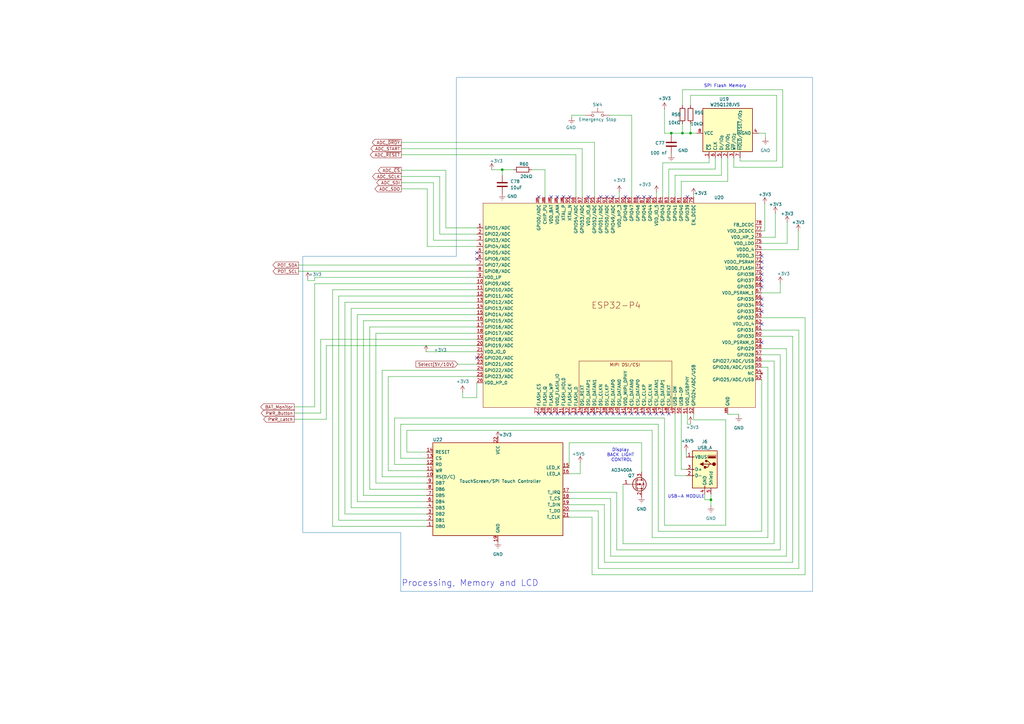
<source format=kicad_sch>
(kicad_sch (version 20250114) (generator "eeschema") (generator_version "9.0")
  (paper "A3")
  (title_block (date "2025-11-28"))
  (lib_symbols
    (symbol "Connector:USB_A" (pin_names (offset 1.016))
      (property "Reference" "J" (at -5.08 11.43 0))
      (property "Value" "USB_A" (at -5.08 8.89 0))
      (symbol "USB_A_1_1"
        (pin passive line (at -2.54 -10.16 90) (length 2.54) (name "Shield") (number "5"))
        (pin power_in line (at 0 -10.16 90) (length 2.54) (name "GND") (number "4"))
        (pin power_in line (at 7.62 5.08 180) (length 2.54) (name "VBUS") (number "1"))
        (pin bidirectional line (at 7.62 0 180) (length 2.54) (name "D+") (number "3"))
        (pin bidirectional line (at 7.62 -2.54 180) (length 2.54) (name "D-") (number "2"))
      )
    )
    (symbol "Device:C" (pin_numbers (hide yes)) (pin_names (offset 0.254))
      (property "Reference" "C" (at 0.635 2.54 0))
      (property "Value" "C" (at 0.635 -2.54 0))
      (symbol "C_1_1"
        (pin passive line (at 0 3.81 270) (length 2.794) (name "~") (number "1"))
        (pin passive line (at 0 -3.81 90) (length 2.794) (name "~") (number "2"))
      )
    )
    (symbol "Device:R" (pin_numbers (hide yes)) (pin_names (offset 0))
      (property "Reference" "R" (at 2.032 0 90))
      (property "Value" "R" (at 0 0 90))
      (symbol "R_1_1"
        (pin passive line (at 0 3.81 270) (length 1.27) (name "~") (number "1"))
        (pin passive line (at 0 -3.81 90) (length 1.27) (name "~") (number "2"))
      )
    )
    (symbol "Display_Graphic:EA_eDIPTFT32-ATP" (pin_names (offset 1.016))
      (property "Reference" "U5" (at -15.24 -10.16 0))
      (property "Value" "TouchScreen/SPI Touch Controller" (at -4.318 6.858 0))
      (symbol "EA_eDIPTFT32-ATP_1_1"
        (pin input line (at -17.78 25.4 0) (length 2.54) (name "DBO") (number "1"))
        (pin input line (at -17.78 22.86 0) (length 2.54) (name "DB1") (number "2"))
        (pin input line (at -17.78 20.32 0) (length 2.54) (name "DB2") (number "3"))
        (pin input line (at -17.78 17.78 0) (length 2.54) (name "DB3") (number "4"))
        (pin input line (at -17.78 15.24 0) (length 2.54) (name "DB4") (number "6"))
        (pin input line (at -17.78 12.7 0) (length 2.54) (name "DB5") (number "7"))
        (pin input line (at -17.78 10.16 0) (length 2.54) (name "DB6") (number "8"))
        (pin power_in line (at -17.78 7.62 0) (length 2.54) (name "DB7") (number "9"))
        (pin input line (at -17.78 5.08 0) (length 2.54) (name "RS(D/C)") (number "10"))
        (pin input line (at -17.78 2.54 0) (length 2.54) (name "WR") (number "11"))
        (pin input line (at -17.78 0 0) (length 2.54) (name "RD") (number "12"))
        (pin input line (at -17.78 -2.54 0) (length 2.54) (name "CS") (number "13"))
        (pin input line (at -17.78 -5.08 0) (length 2.54) (name "RESET") (number "14"))
        (pin no_connect line (at -12.7 -8.89 0) (length 2.54) (hide yes) (name "NC") (number "4"))
        (pin power_in line (at 11.43 31.75 270) (length 2.54) (name "GND") (number "19"))
        (pin power_in line (at 11.43 -11.43 90) (length 2.54) (name "VCC") (number "22"))
        (pin input line (at 40.64 21.59 180) (length 2.54) (name "T_CLK") (number "21"))
        (pin input line (at 40.64 19.05 180) (length 2.54) (name "T_DO") (number "20"))
        (pin input line (at 40.64 16.51 180) (length 2.54) (name "T_DIN") (number "19"))
        (pin input line (at 40.64 13.97 180) (length 2.54) (name "T_CS") (number "18"))
        (pin input line (at 40.64 11.43 180) (length 2.54) (name "T_IRQ") (number "17"))
        (pin input line (at 40.64 3.81 180) (length 2.54) (name "LED_A") (number "16"))
        (pin output line (at 40.64 1.27 180) (length 2.54) (name "LED_K") (number "15"))
        (pin no_connect line (at 40.64 -8.89 180) (length 2.54) (hide yes) (name "NC") (number "3"))
      )
    )
    (symbol "Espressif:ESP32-P4"
      (property "Reference" "U" (at -54.61 43.688 0))
      (symbol "ESP32-P4_1_0"
        (pin bidirectional line (at -57.15 8.89 0) (length 2.54) (name "GPIO9/ADC") (number "10"))
        (pin bidirectional line (at -57.15 6.35 0) (length 2.54) (name "GPIO10/ADC") (number "11"))
        (pin bidirectional line (at -57.15 3.81 0) (length 2.54) (name "GPIO11/ADC") (number "12"))
        (pin bidirectional line (at -57.15 1.27 0) (length 2.54) (name "GPIO12/ADC") (number "13"))
        (pin bidirectional line (at -57.15 -1.27 0) (length 2.54) (name "GPIO13/ADC") (number "14"))
        (pin bidirectional line (at -57.15 -3.81 0) (length 2.54) (name "GPIO14/ADC") (number "15"))
        (pin bidirectional line (at -57.15 -6.35 0) (length 2.54) (name "GPIO15/ADC") (number "16"))
        (pin bidirectional line (at -57.15 -8.89 0) (length 2.54) (name "GPIO16/ADC") (number "17"))
        (pin bidirectional line (at -57.15 -11.43 0) (length 2.54) (name "GPIO17/ADC") (number "18"))
        (pin bidirectional line (at -57.15 -13.97 0) (length 2.54) (name "GPIO18/ADC") (number "19"))
        (pin bidirectional line (at -57.15 -16.51 0) (length 2.54) (name "GPIO19/ADC") (number "20"))
        (pin power_in line (at -57.15 -19.05 0) (length 2.54) (name "VDD_IO_0") (number "21"))
        (pin bidirectional line (at -57.15 -21.59 0) (length 2.54) (name "GPIO20/ADC") (number "22"))
        (pin bidirectional line (at -57.15 -24.13 0) (length 2.54) (name "GPIO21/ADC") (number "23"))
        (pin bidirectional line (at -57.15 -26.67 0) (length 2.54) (name "GPIO22/ADC") (number "24"))
        (pin bidirectional line (at -57.15 -29.21 0) (length 2.54) (name "GPIO23/ADC") (number "25"))
        (pin power_in line (at -57.15 -31.75 0) (length 2.54) (name "VDD_HP_0") (number "26"))
        (pin bidirectional line (at -31.75 44.45 270) (length 2.54) (name "GPIO0/ADC") (number "104"))
        (pin bidirectional line (at -31.75 -44.45 90) (length 2.54) (name "FLASH_CS") (number "27"))
        (pin input line (at -29.21 44.45 270) (length 2.54) (name "CHIP_PU") (number "103"))
        (pin bidirectional line (at -29.21 -44.45 90) (length 2.54) (name "FLASH_Q") (number "28"))
        (pin bidirectional line (at -26.67 44.45 270) (length 2.54) (name "VDD_BAT") (number "102"))
        (pin bidirectional line (at -26.67 -44.45 90) (length 2.54) (name "FLASH_WP") (number "29"))
        (pin bidirectional line (at -24.13 44.45 270) (length 2.54) (name "VDD_ANA") (number "101"))
        (pin power_in line (at -24.13 -44.45 90) (length 2.54) (name "VDD_FLASH_IO") (number "30"))
        (pin bidirectional line (at -21.59 44.45 270) (length 2.54) (name "XTAL_P") (number "100"))
        (pin bidirectional line (at -21.59 -44.45 90) (length 2.54) (name "FLASH_HOLD") (number "31"))
        (pin bidirectional line (at -19.05 44.45 270) (length 2.54) (name "XTAL_N") (number "99"))
        (pin bidirectional line (at -19.05 -44.45 90) (length 2.54) (name "FLASH_CK") (number "32"))
        (pin bidirectional line (at -16.51 44.45 270) (length 2.54) (name "GPIO54/ADC") (number "98"))
        (pin bidirectional line (at -16.51 -44.45 90) (length 2.54) (name "FLASH_D") (number "33"))
        (pin bidirectional line (at -13.97 44.45 270) (length 2.54) (name "GPIO53/ADC") (number "97"))
        (pin bidirectional line (at -13.97 -44.45 90) (length 2.54) (name "DSI_REXT") (number "34"))
        (pin power_in line (at -11.43 44.45 270) (length 2.54) (name "VDD_IO_6") (number "96"))
        (pin bidirectional line (at -11.43 -44.45 90) (length 2.54) (name "DSI_DATAP1") (number "35"))
        (pin bidirectional line (at -8.89 44.45 270) (length 2.54) (name "GPIO52/ADC") (number "95"))
        (pin bidirectional line (at -8.89 -44.45 90) (length 2.54) (name "DSI_DATAN1") (number "36"))
        (pin bidirectional line (at -6.35 44.45 270) (length 2.54) (name "GPIO51/ADC") (number "94"))
        (pin bidirectional line (at -6.35 -44.45 90) (length 2.54) (name "DSI_CLKN") (number "37"))
        (pin bidirectional line (at -3.81 44.45 270) (length 2.54) (name "GPIO50/ADC") (number "93"))
        (pin bidirectional line (at -3.81 -44.45 90) (length 2.54) (name "DSI_CLKP") (number "38"))
        (pin bidirectional line (at -1.27 44.45 270) (length 2.54) (name "GPIO49/ADC") (number "92"))
        (pin bidirectional line (at -1.27 -44.45 90) (length 2.54) (name "DSI_DATAP0") (number "39"))
        (pin power_in line (at 1.27 44.45 270) (length 2.54) (name "VDD_HP_3") (number "91"))
        (pin bidirectional line (at 1.27 -44.45 90) (length 2.54) (name "DSI_DATAN0") (number "40"))
        (pin bidirectional line (at 3.81 44.45 270) (length 2.54) (name "GPIO48") (number "90"))
        (pin power_in line (at 3.81 -44.45 90) (length 2.54) (name "VDD_MIPI_DPHY") (number "41"))
        (pin bidirectional line (at 6.35 44.45 270) (length 2.54) (name "GPIO47") (number "89"))
        (pin bidirectional line (at 6.35 -44.45 90) (length 2.54) (name "CSI_DATAN0") (number "42"))
        (pin bidirectional line (at 8.89 44.45 270) (length 2.54) (name "GPIO46") (number "88"))
        (pin bidirectional line (at 8.89 -44.45 90) (length 2.54) (name "CSI_DATAP0") (number "43"))
        (pin bidirectional line (at 11.43 44.45 270) (length 2.54) (name "GPIO45") (number "87"))
        (pin bidirectional line (at 11.43 -44.45 90) (length 2.54) (name "CSI_CLKP") (number "44"))
        (pin bidirectional line (at 13.97 44.45 270) (length 2.54) (name "GPIO44") (number "86"))
        (pin bidirectional line (at 13.97 -44.45 90) (length 2.54) (name "CSI_CLKN") (number "45"))
        (pin power_in line (at 16.51 44.45 270) (length 2.54) (name "VDD_IO_5") (number "85"))
        (pin bidirectional line (at 16.51 -44.45 90) (length 2.54) (name "CSI_DATAN1") (number "46"))
        (pin bidirectional line (at 19.05 44.45 270) (length 2.54) (name "GPIO43") (number "84"))
        (pin bidirectional line (at 19.05 -44.45 90) (length 2.54) (name "CSI_DATAP1") (number "47"))
        (pin bidirectional line (at 21.59 44.45 270) (length 2.54) (name "GPIO42") (number "83"))
        (pin bidirectional line (at 21.59 -44.45 90) (length 2.54) (name "CSI_REXT") (number "48"))
        (pin bidirectional line (at 24.13 44.45 270) (length 2.54) (name "GPIO41") (number "82"))
        (pin bidirectional line (at 24.13 -44.45 90) (length 2.54) (name "USB-DM") (number "49"))
        (pin bidirectional line (at 26.67 44.45 270) (length 2.54) (name "GPIO40") (number "81"))
        (pin bidirectional line (at 26.67 -44.45 90) (length 2.54) (name "USB-DP") (number "50"))
        (pin bidirectional line (at 29.21 44.45 270) (length 2.54) (name "GPIO39") (number "80"))
        (pin power_in line (at 29.21 -44.45 90) (length 2.54) (name "VDD_USBPHY") (number "51"))
        (pin output line (at 31.75 44.45 270) (length 2.54) (name "EN_DCDC") (number "79"))
        (pin bidirectional line (at 31.75 -44.45 90) (length 2.54) (name "GPIO24/ADC/USB") (number "52"))
        (pin power_in line (at 45.72 -44.45 90) (length 2.54) (name "GND") (number "105"))
        (pin bidirectional line (at 59.69 33.02 180) (length 2.54) (name "FB_DCDC") (number "78"))
        (pin power_in line (at 59.69 30.48 180) (length 2.54) (name "VDD_DCDCC") (number "77"))
        (pin power_in line (at 59.69 27.94 180) (length 2.54) (name "VDD_HP_2") (number "76"))
        (pin power_in line (at 59.69 25.4 180) (length 2.54) (name "VDD_LDO") (number "75"))
        (pin power_in line (at 59.69 22.86 180) (length 2.54) (name "VDDO_4") (number "74"))
        (pin power_in line (at 59.69 20.32 180) (length 2.54) (name "VDDO_3") (number "73"))
        (pin power_in line (at 59.69 17.78 180) (length 2.54) (name "VDDO_PSRAM") (number "72"))
        (pin power_in line (at 59.69 15.24 180) (length 2.54) (name "VDDO_FLASH") (number "71"))
        (pin bidirectional line (at 59.69 12.7 180) (length 2.54) (name "GPIO38") (number "70"))
        (pin bidirectional line (at 59.69 10.16 180) (length 2.54) (name "GPIO37") (number "69"))
        (pin bidirectional line (at 59.69 7.62 180) (length 2.54) (name "GPIO36") (number "68"))
        (pin power_in line (at 59.69 5.08 180) (length 2.54) (name "VDD_PSRAM_1") (number "67"))
        (pin bidirectional line (at 59.69 2.54 180) (length 2.54) (name "GPIO35") (number "66"))
        (pin bidirectional line (at 59.69 0 180) (length 2.54) (name "GPIO34") (number "65"))
        (pin bidirectional line (at 59.69 -2.54 180) (length 2.54) (name "GPIO33") (number "64"))
        (pin bidirectional line (at 59.69 -5.08 180) (length 2.54) (name "GPIO32") (number "63"))
        (pin power_in line (at 59.69 -7.62 180) (length 2.54) (name "VDD_IO_4") (number "62"))
        (pin bidirectional line (at 59.69 -10.16 180) (length 2.54) (name "GPIO31") (number "61"))
        (pin bidirectional line (at 59.69 -12.7 180) (length 2.54) (name "GPIO30") (number "60"))
        (pin power_in line (at 59.69 -15.24 180) (length 2.54) (name "VDD_PSRAM_0") (number "59"))
        (pin bidirectional line (at 59.69 -17.78 180) (length 2.54) (name "GPIO29") (number "58"))
        (pin bidirectional line (at 59.69 -20.32 180) (length 2.54) (name "GPIO28") (number "57"))
        (pin bidirectional line (at 59.69 -22.86 180) (length 2.54) (name "GPIO27/ADC/USB") (number "56"))
        (pin bidirectional line (at 59.69 -25.4 180) (length 2.54) (name "GPIO26/ADC/USB") (number "55"))
        (pin no_connect line (at 59.69 -27.94 180) (length 2.54) (name "NC") (number "54"))
        (pin bidirectional line (at 59.69 -30.48 180) (length 2.54) (name "GPIO25/ADC/USB") (number "53"))
      )
      (symbol "ESP32-P4_1_1"
        (text "ESP32-P4" (at 0 0 0) (effects (font (size 2.54 2.54))))
        (text "MIPI DSI/CSI" (at 3.556 -24.384 0) (effects (font (size 1.27 1.27))))
        (pin bidirectional line (at -57.15 31.75 0) (length 2.54) (name "GPIO1/ADC") (number "1"))
        (pin bidirectional line (at -57.15 29.21 0) (length 2.54) (name "GPIO2/ADC") (number "2"))
        (pin bidirectional line (at -57.15 26.67 0) (length 2.54) (name "GPIO3/ADC") (number "3"))
        (pin bidirectional line (at -57.15 24.13 0) (length 2.54) (name "GPIO4/ADC") (number "4"))
        (pin bidirectional line (at -57.15 21.59 0) (length 2.54) (name "GPIO5/ADC") (number "5"))
        (pin bidirectional line (at -57.15 19.05 0) (length 2.54) (name "GPIO6/ADC") (number "6"))
        (pin bidirectional line (at -57.15 16.51 0) (length 2.54) (name "GPIO7/ADC") (number "7"))
        (pin bidirectional line (at -57.15 13.97 0) (length 2.54) (name "GPIO8/ADC") (number "8"))
        (pin power_in line (at -57.15 11.43 0) (length 2.54) (name "VDD_LP") (number "9"))
      )
    )
    (symbol "Memory_Flash:W25Q128JVS"
      (property "Reference" "U" (at -6.35 11.43 0))
      (property "Value" "W25Q128JVS" (at 7.62 11.43 0))
      (symbol "W25Q128JVS_1_1"
        (pin input line (at -10.16 7.62 0) (length 2.54) (name "~{CS}") (number "1"))
        (pin input line (at -10.16 5.08 0) (length 2.54) (name "CLK") (number "6"))
        (pin bidirectional line (at -10.16 2.54 0) (length 2.54) (name "DI/IO_{0}") (number "5"))
        (pin bidirectional line (at -10.16 0 0) (length 2.54) (name "DO/IO_{1}") (number "2"))
        (pin bidirectional line (at -10.16 -2.54 0) (length 2.54) (name "~{WP}/IO_{2}") (number "3"))
        (pin bidirectional line (at -10.16 -5.08 0) (length 2.54) (name "~{HOLD}/~{RESET}/IO_{3}") (number "7"))
        (pin power_in line (at 0 12.7 270) (length 2.54) (name "VCC") (number "8"))
        (pin power_in line (at 0 -12.7 90) (length 2.54) (name "GND") (number "4"))
      )
    )
    (symbol "Switch:SW_Push" (pin_numbers (hide yes)) (pin_names (offset 1.016) (hide yes))
      (property "Reference" "SW" (at 1.27 2.54 0))
      (property "Value" "SW_Push" (at 0 -1.524 0))
      (symbol "SW_Push_0_1"
        (pin passive line (at -5.08 0 0) (length 2.54) (name "1") (number "1"))
        (pin passive line (at 5.08 0 180) (length 2.54) (name "2") (number "2"))
      )
    )
    (symbol "Transistor_FET:AO3400A" (pin_names (offset 0) (hide yes))
      (property "Reference" "Q" (at 5.08 1.905 0))
      (property "Value" "AO3400A" (at 5.08 0 0))
      (symbol "AO3400A_1_1"
        (pin input line (at -5.08 0 0) (length 2.54) (name "G") (number "1"))
        (pin passive line (at 2.54 5.08 270) (length 2.54) (name "D") (number "3"))
        (pin passive line (at 2.54 -5.08 90) (length 2.54) (name "S") (number "2"))
      )
    )
    (symbol "power:+5V" (power) (pin_numbers (hide yes)) (pin_names (offset 0) (hide yes))
      (property "Value" "+5V" (at 0 3.556 0))
      (symbol "+5V_1_1"
        (pin power_in line (at 0 0 90) (length 0) (name "~") (number "1"))
      )
    )
    (symbol "power:GNDREF" (power) (pin_numbers (hide yes)) (pin_names (offset 0) (hide yes))
      (property "Value" "GNDREF" (at 0 -3.81 0))
      (symbol "GNDREF_1_1"
        (pin power_in line (at 0 0 270) (length 0) (name "~") (number "1"))
      )
    )
    (symbol "power:VCC" (power) (pin_numbers (hide yes)) (pin_names (offset 0) (hide yes))
      (property "Value" "VCC" (at 0 3.556 0))
      (symbol "VCC_1_1"
        (pin power_in line (at 0 0 90) (length 0) (name "~") (number "1"))
      )
    )
  )
  (text "SPI Flash Memory\n" (at 297.434 35.306 0) (effects (font (size 1.27 1.27))))
  (text "Display \nBACK LIGHT \nCONTROL\n" (at 255.016 186.69 0) (effects (font (size 1.27 1.27))))
  (text "USB-A MODULE\n" (at 281.432 203.708 0) (effects (font (size 1.27 1.27))))
  (text "Processing, Memory and LCD" (at 192.786 239.268 0) (effects (font (size 2.54 2.54))))
  (junction (at 291.592 204.978))
  (junction (at 283.21 54.61))
  (junction (at 279.908 54.61))
  (junction (at 205.994 69.596))
  (junction (at 275.336 54.61))
  (no_connect (at 223.52 169.672))
  (no_connect (at 195.58 146.812))
  (no_connect (at 312.42 132.842))
  (no_connect (at 312.42 115.062))
  (no_connect (at 261.62 169.672))
  (no_connect (at 231.14 80.772))
  (no_connect (at 233.68 169.672))
  (no_connect (at 312.42 104.902))
  (no_connect (at 226.06 80.772))
  (no_connect (at 228.6 80.772))
  (no_connect (at 312.42 117.602))
  (no_connect (at 312.42 112.522))
  (no_connect (at 246.38 169.672))
  (no_connect (at 248.92 169.672))
  (no_connect (at 259.08 169.672))
  (no_connect (at 251.46 80.772))
  (no_connect (at 195.58 103.632))
  (no_connect (at 241.3 169.672))
  (no_connect (at 281.94 80.772))
  (no_connect (at 195.58 106.172))
  (no_connect (at 236.22 169.672))
  (no_connect (at 243.84 169.672))
  (no_connect (at 266.7 80.772))
  (no_connect (at 248.92 80.772))
  (no_connect (at 312.42 107.442))
  (no_connect (at 271.78 169.672))
  (no_connect (at 220.98 80.772))
  (no_connect (at 220.98 169.672))
  (no_connect (at 269.24 169.672))
  (no_connect (at 261.62 80.772))
  (no_connect (at 266.7 169.672))
  (no_connect (at 251.46 169.672))
  (no_connect (at 264.16 169.672))
  (no_connect (at 226.06 169.672))
  (no_connect (at 312.42 127.762))
  (no_connect (at 231.14 169.672))
  (no_connect (at 256.54 80.772))
  (no_connect (at 312.42 125.222))
  (no_connect (at 254 169.672))
  (no_connect (at 233.68 80.772))
  (no_connect (at 246.38 80.772))
  (no_connect (at 238.76 169.672))
  (no_connect (at 312.42 140.462))
  (no_connect (at 264.16 80.772))
  (no_connect (at 312.42 109.982))
  (no_connect (at 228.6 169.672))
  (no_connect (at 256.54 169.672))
  (no_connect (at 312.42 122.682))
  (no_connect (at 241.3 80.772))
  (no_connect (at 274.32 169.672))
  (wire (pts (xy 284.48 80.772) (xy 284.48 79.756)))
  (wire (pts (xy 320.04 116.078) (xy 320.04 120.142)))
  (wire (pts (xy 146.558 129.032) (xy 195.58 129.032)))
  (wire (pts (xy 159.258 154.432) (xy 159.258 193.04)))
  (wire (pts (xy 195.58 98.552) (xy 177.8 98.552)))
  (wire (pts (xy 263.144 181.61) (xy 263.144 193.548)))
  (wire (pts (xy 175.26 101.092) (xy 175.26 77.47)))
  (wire (pts (xy 141.478 123.952) (xy 141.478 210.82)))
  (wire (pts (xy 151.638 134.112) (xy 195.58 134.112)))
  (wire (pts (xy 318.516 66.04) (xy 303.53 66.04)))
  (wire (pts (xy 243.84 80.772) (xy 243.84 58.42)))
  (wire (pts (xy 187.706 149.352) (xy 195.58 149.352)))
  (wire (pts (xy 233.426 194.31) (xy 237.998 194.31)))
  (wire (pts (xy 312.42 130.302) (xy 330.2 130.302)))
  (wire (pts (xy 205.994 69.596) (xy 210.566 69.596)))
  (wire (pts (xy 234.442 47.244) (xy 240.03 47.244)))
  (wire (pts (xy 175.006 215.9) (xy 136.398 215.9)))
  (wire (pts (xy 297.688 215.392) (xy 297.688 172.212)))
  (wire (pts (xy 245.364 233.172) (xy 327.66 233.172)))
  (wire (pts (xy 195.58 156.972) (xy 195.58 163.068)))
  (wire (pts (xy 322.58 143.002) (xy 322.58 228.092)))
  (wire (pts (xy 120.65 169.418) (xy 131.572 169.418)))
  (wire (pts (xy 303.022 169.926) (xy 303.022 170.434)))
  (wire (pts (xy 312.42 94.742) (xy 313.69 94.742)))
  (wire (pts (xy 129.032 115.062) (xy 129.032 113.792)))
  (wire (pts (xy 259.08 47.244) (xy 250.19 47.244)))
  (wire (pts (xy 247.904 207.01) (xy 247.904 230.632)))
  (wire (pts (xy 129.032 113.792) (xy 195.58 113.792)))
  (wire (pts (xy 279.908 54.61) (xy 283.21 54.61)))
  (wire (pts (xy 154.178 198.12) (xy 175.006 198.12)))
  (wire (pts (xy 156.718 195.58) (xy 175.006 195.58)))
  (wire (pts (xy 318.008 87.376) (xy 318.008 97.282)))
  (wire (pts (xy 276.86 195.072) (xy 281.432 195.072)))
  (wire (pts (xy 284.48 172.212) (xy 297.688 172.212)))
  (wire (pts (xy 144.018 126.492) (xy 144.018 208.28)))
  (wire (pts (xy 164.592 72.39) (xy 180.34 72.39)))
  (wire (pts (xy 122.428 111.252) (xy 195.58 111.252)))
  (wire (pts (xy 141.478 123.952) (xy 195.58 123.952)))
  (wire (pts (xy 279.908 36.83) (xy 321.056 36.83)))
  (wire (pts (xy 300.99 64.77) (xy 300.99 68.58)))
  (wire (pts (xy 281.94 173.99) (xy 283.21 173.99)))
  (wire (pts (xy 272.542 171.45) (xy 272.542 215.392)))
  (wire (pts (xy 283.21 54.61) (xy 285.75 54.61)))
  (wire (pts (xy 325.12 137.922) (xy 325.12 230.632)))
  (wire (pts (xy 291.592 204.978) (xy 289.052 204.978)))
  (wire (pts (xy 322.58 143.002) (xy 312.42 143.002)))
  (wire (pts (xy 330.2 130.302) (xy 330.2 235.712)))
  (wire (pts (xy 146.558 129.032) (xy 146.558 205.74)))
  (wire (pts (xy 317.5 148.082) (xy 317.5 223.012)))
  (wire (pts (xy 270.002 173.99) (xy 270.002 217.932)))
  (wire (pts (xy 164.592 69.85) (xy 182.88 69.85)))
  (wire (pts (xy 195.58 101.092) (xy 175.26 101.092)))
  (wire (pts (xy 267.462 220.472) (xy 314.96 220.472)))
  (wire (pts (xy 252.984 201.93) (xy 252.984 225.552)))
  (wire (pts (xy 164.592 63.5) (xy 236.22 63.5)))
  (wire (pts (xy 269.24 78.74) (xy 269.24 80.772)))
  (wire (pts (xy 151.638 134.112) (xy 151.638 200.66)))
  (wire (pts (xy 204.216 179.07) (xy 204.216 179.578)))
  (wire (pts (xy 120.65 166.878) (xy 129.032 166.878)))
  (wire (pts (xy 312.42 150.622) (xy 314.96 150.622)))
  (wire (pts (xy 320.04 145.542) (xy 312.42 145.542)))
  (wire (pts (xy 321.056 68.58) (xy 321.056 36.83)))
  (wire (pts (xy 272.542 54.61) (xy 275.336 54.61)))
  (wire (pts (xy 164.592 60.96) (xy 238.76 60.96)))
  (wire (pts (xy 189.738 163.068) (xy 195.58 163.068)))
  (wire (pts (xy 255.524 198.628) (xy 255.524 223.012)))
  (wire (pts (xy 298.45 169.926) (xy 298.45 169.672)))
  (wire (pts (xy 164.592 58.42) (xy 243.84 58.42)))
  (wire (pts (xy 233.426 212.09) (xy 242.824 212.09)))
  (wire (pts (xy 131.572 139.192) (xy 131.572 169.418)))
  (wire (pts (xy 255.524 223.012) (xy 317.5 223.012)))
  (wire (pts (xy 252.984 225.552) (xy 320.04 225.552)))
  (wire (pts (xy 126.238 115.062) (xy 126.238 114.3)))
  (wire (pts (xy 177.8 98.552) (xy 177.8 74.93)))
  (wire (pts (xy 131.572 139.192) (xy 195.58 139.192)))
  (wire (pts (xy 149.098 131.572) (xy 195.58 131.572)))
  (wire (pts (xy 189.738 160.782) (xy 189.738 163.068)))
  (wire (pts (xy 312.42 97.282) (xy 318.008 97.282)))
  (wire (pts (xy 275.336 54.61) (xy 279.908 54.61)))
  (wire (pts (xy 233.426 181.61) (xy 263.144 181.61)))
  (wire (pts (xy 146.558 205.74) (xy 175.006 205.74)))
  (wire (pts (xy 233.426 181.61) (xy 233.426 191.77)))
  (wire (pts (xy 279.4 80.772) (xy 279.4 74.422)))
  (wire (pts (xy 129.032 166.878) (xy 129.032 116.332)))
  (wire (pts (xy 201.676 69.596) (xy 205.994 69.596)))
  (wire (pts (xy 295.91 71.882) (xy 295.91 64.77)))
  (wire (pts (xy 281.432 187.452) (xy 281.432 184.912)))
  (wire (pts (xy 133.858 141.732) (xy 133.858 171.958)))
  (wire (pts (xy 275.336 63.5) (xy 275.336 62.992)))
  (wire (pts (xy 175.006 185.42) (xy 166.878 185.42)))
  (wire (pts (xy 166.878 185.42) (xy 166.878 176.53)))
  (wire (pts (xy 312.42 99.822) (xy 322.834 99.822)))
  (wire (pts (xy 174.752 144.272) (xy 195.58 144.272)))
  (wire (pts (xy 250.444 204.47) (xy 250.444 228.092)))
  (wire (pts (xy 129.032 116.332) (xy 195.58 116.332)))
  (wire (pts (xy 272.542 215.392) (xy 297.688 215.392)))
  (wire (pts (xy 154.178 136.652) (xy 195.58 136.652)))
  (wire (pts (xy 327.406 94.742) (xy 327.406 102.362)))
  (wire (pts (xy 274.32 69.342) (xy 293.37 69.342)))
  (wire (pts (xy 276.86 71.882) (xy 295.91 71.882)))
  (wire (pts (xy 136.398 118.872) (xy 136.398 215.9)))
  (wire (pts (xy 279.4 192.532) (xy 281.432 192.532)))
  (wire (pts (xy 133.858 141.732) (xy 195.58 141.732)))
  (wire (pts (xy 154.178 136.652) (xy 154.178 198.12)))
  (wire (pts (xy 159.258 154.432) (xy 195.58 154.432)))
  (wire (pts (xy 271.78 80.772) (xy 271.78 66.802)))
  (wire (pts (xy 175.006 213.36) (xy 138.938 213.36)))
  (wire (pts (xy 312.42 120.142) (xy 320.04 120.142)))
  (wire (pts (xy 164.338 187.96) (xy 164.338 173.99)))
  (wire (pts (xy 151.638 200.66) (xy 175.006 200.66)))
  (wire (pts (xy 276.86 80.772) (xy 276.86 71.882)))
  (wire (pts (xy 182.88 93.472) (xy 195.58 93.472)))
  (wire (pts (xy 175.006 190.5) (xy 161.798 190.5)))
  (wire (pts (xy 283.21 39.116) (xy 318.516 39.116)))
  (wire (pts (xy 159.258 193.04) (xy 175.006 193.04)))
  (wire (pts (xy 234.442 48.26) (xy 234.442 47.244)))
  (wire (pts (xy 120.65 171.958) (xy 133.858 171.958)))
  (wire (pts (xy 303.022 169.926) (xy 298.45 169.926)))
  (wire (pts (xy 291.592 204.978) (xy 291.592 207.518)))
  (wire (pts (xy 136.398 118.872) (xy 195.58 118.872)))
  (wire (pts (xy 279.4 74.422) (xy 298.45 74.422)))
  (wire (pts (xy 281.94 169.672) (xy 281.94 173.99)))
  (wire (pts (xy 242.824 235.712) (xy 330.2 235.712)))
  (wire (pts (xy 283.21 43.18) (xy 283.21 39.116)))
  (wire (pts (xy 236.22 63.5) (xy 236.22 80.772)))
  (wire (pts (xy 322.834 99.822) (xy 322.834 91.186)))
  (wire (pts (xy 293.37 69.342) (xy 293.37 64.77)))
  (wire (pts (xy 144.018 208.28) (xy 175.006 208.28)))
  (wire (pts (xy 218.186 69.596) (xy 223.52 69.596)))
  (wire (pts (xy 205.994 69.596) (xy 205.994 71.882)))
  (wire (pts (xy 180.34 96.012) (xy 195.58 96.012)))
  (wire (pts (xy 275.336 55.372) (xy 275.336 54.61)))
  (wire (pts (xy 254 78.74) (xy 254 80.772)))
  (wire (pts (xy 149.098 203.2) (xy 175.006 203.2)))
  (wire (pts (xy 291.592 204.978) (xy 291.592 202.692)))
  (wire (pts (xy 290.83 66.802) (xy 290.83 64.77)))
  (wire (pts (xy 175.006 210.82) (xy 141.478 210.82)))
  (wire (pts (xy 129.032 115.062) (xy 126.238 115.062)))
  (wire (pts (xy 320.04 145.542) (xy 320.04 225.552)))
  (wire (pts (xy 312.42 102.362) (xy 327.406 102.362)))
  (wire (pts (xy 314.96 150.622) (xy 314.96 220.472)))
  (wire (pts (xy 313.69 83.566) (xy 313.69 94.742)))
  (wire (pts (xy 267.462 176.53) (xy 267.462 220.472)))
  (wire (pts (xy 233.426 201.93) (xy 252.984 201.93)))
  (wire (pts (xy 279.908 50.8) (xy 279.908 54.61)))
  (wire (pts (xy 242.824 212.09) (xy 242.824 235.712)))
  (wire (pts (xy 276.86 169.672) (xy 276.86 195.072)))
  (wire (pts (xy 182.88 69.85) (xy 182.88 93.472)))
  (wire (pts (xy 298.45 64.77) (xy 298.45 74.422)))
  (wire (pts (xy 284.48 169.672) (xy 284.48 172.212)))
  (wire (pts (xy 247.904 230.632) (xy 325.12 230.632)))
  (wire (pts (xy 238.76 80.772) (xy 238.76 60.96)))
  (wire (pts (xy 233.426 209.55) (xy 245.364 209.55)))
  (wire (pts (xy 233.426 204.47) (xy 250.444 204.47)))
  (wire (pts (xy 274.32 80.772) (xy 274.32 69.342)))
  (wire (pts (xy 223.52 69.596) (xy 223.52 80.772)))
  (wire (pts (xy 259.08 80.772) (xy 259.08 47.244)))
  (wire (pts (xy 122.428 108.712) (xy 195.58 108.712)))
  (wire (pts (xy 149.098 131.572) (xy 149.098 203.2)))
  (wire (pts (xy 289.052 204.978) (xy 289.052 202.692)))
  (wire (pts (xy 272.542 44.704) (xy 272.542 54.61)))
  (wire (pts (xy 313.944 54.61) (xy 313.944 56.642)))
  (wire (pts (xy 303.53 66.04) (xy 303.53 64.77)))
  (wire (pts (xy 161.798 171.45) (xy 272.542 171.45)))
  (wire (pts (xy 138.938 121.412) (xy 195.58 121.412)))
  (wire (pts (xy 161.798 190.5) (xy 161.798 171.45)))
  (wire (pts (xy 233.426 207.01) (xy 247.904 207.01)))
  (wire (pts (xy 327.66 135.382) (xy 327.66 233.172)))
  (wire (pts (xy 144.018 126.492) (xy 195.58 126.492)))
  (wire (pts (xy 250.444 228.092) (xy 322.58 228.092)))
  (wire (pts (xy 138.938 121.412) (xy 138.938 213.36)))
  (wire (pts (xy 156.718 151.892) (xy 195.58 151.892)))
  (wire (pts (xy 318.516 39.116) (xy 318.516 66.04)))
  (wire (pts (xy 279.4 169.672) (xy 279.4 192.532)))
  (wire (pts (xy 237.998 194.31) (xy 237.998 189.738)))
  (wire (pts (xy 283.21 173.482) (xy 283.21 173.99)))
  (wire (pts (xy 283.21 50.8) (xy 283.21 54.61)))
  (wire (pts (xy 164.592 74.93) (xy 177.8 74.93)))
  (wire (pts (xy 175.006 187.96) (xy 164.338 187.96)))
  (wire (pts (xy 312.42 155.702) (xy 312.42 217.932)))
  (wire (pts (xy 300.99 68.58) (xy 321.056 68.58)))
  (wire (pts (xy 180.34 72.39) (xy 180.34 96.012)))
  (wire (pts (xy 164.338 173.99) (xy 270.002 173.99)))
  (wire (pts (xy 279.908 43.18) (xy 279.908 36.83)))
  (wire (pts (xy 166.878 176.53) (xy 267.462 176.53)))
  (wire (pts (xy 156.718 195.58) (xy 156.718 151.892)))
  (wire (pts (xy 312.42 137.922) (xy 325.12 137.922)))
  (wire (pts (xy 164.592 77.47) (xy 175.26 77.47)))
  (wire (pts (xy 317.5 148.082) (xy 312.42 148.082)))
  (wire (pts (xy 312.42 135.382) (xy 327.66 135.382)))
  (wire (pts (xy 271.78 66.802) (xy 290.83 66.802)))
  (wire (pts (xy 270.002 217.932) (xy 312.42 217.932)))
  (wire (pts (xy 311.15 54.61) (xy 313.944 54.61)))
  (wire (pts (xy 245.364 209.55) (xy 245.364 233.172)))
  (global_label "ADC_SDI" (shape output) (at 164.592 74.93 180) (property "Intersheetrefs" "${INTERSHEET_REFS}" (effects (hide yes))))
  (global_label "BAT_Monitor" (shape output) (at 120.65 166.878 180) (property "Intersheetrefs" "${INTERSHEET_REFS}" (effects (hide yes))))
  (global_label "ADC_~{CS}" (shape output) (at 164.592 69.85 180) (property "Intersheetrefs" "${INTERSHEET_REFS}" (effects (hide yes))))
  (global_label "Select(5V{slash}10V)" (shape input) (at 187.706 149.352 180) (property "Intersheetrefs" "${INTERSHEET_REFS}" (effects (hide yes))))
  (global_label "ADC_START" (shape output) (at 164.592 60.96 180) (property "Intersheetrefs" "${INTERSHEET_REFS}" (effects (hide yes))))
  (global_label "PWR_Button" (shape output) (at 120.65 169.418 180) (property "Intersheetrefs" "${INTERSHEET_REFS}" (effects (hide yes))))
  (global_label "ADC_~{DRDY}" (shape output) (at 164.592 58.42 180) (property "Intersheetrefs" "${INTERSHEET_REFS}" (effects (hide yes))))
  (global_label "POT_SDA" (shape output) (at 122.428 108.712 180) (property "Intersheetrefs" "${INTERSHEET_REFS}" (effects (hide yes))))
  (global_label "ADC_~{RESET}" (shape output) (at 164.592 63.5 180) (property "Intersheetrefs" "${INTERSHEET_REFS}" (effects (hide yes))))
  (global_label "ADC_SCLK" (shape output) (at 164.592 72.39 180) (property "Intersheetrefs" "${INTERSHEET_REFS}" (effects (hide yes))))
  (global_label "POT_SCL" (shape output) (at 122.428 111.252 180) (property "Intersheetrefs" "${INTERSHEET_REFS}" (effects (hide yes))))
  (global_label "PWR_Latch" (shape output) (at 120.65 171.958 180) (property "Intersheetrefs" "${INTERSHEET_REFS}" (effects (hide yes))))
  (global_label "ADC_SDO" (shape output) (at 164.592 77.47 180) (property "Intersheetrefs" "${INTERSHEET_REFS}" (effects (hide yes))))
  (rule_area (polyline (pts (xy 333.248 31.75) (xy 187.198 31.75) (xy 187.198 105.156) (xy 124.206 105.156) (xy 124.206 218.44) (xy 164.338 218.44) (xy 164.338 238.506) (xy 164.338 239.268) (xy 164.338 242.57) (xy 167.386 242.57) (xy 333.248 242.57) (xy 333.248 237.744)) (stroke (width 0) (color 33 122 182 1))))
  (symbol (lib_id "Device:C") (at 275.336 59.182 0) (unit 1)
    (property "Reference" "C77" (at 268.732 58.674 0) (effects (justify left)))
    (property "Value" "100 nF" (at 266.7 62.738 0) (effects (justify left)))
    (property "Description" "Unpolarized capacitor" (effects (hide yes)))
  )
  (symbol (lib_id "power:VCC") (at 320.04 116.078 0) (unit 1)
    (property "Reference" "#PWR0179" (effects (hide yes)))
    (property "Value" "+3V3" (at 321.31 112.268 0))
    (property "Description" "Power symbol creates a global label with name \"VCC\"" (effects (hide yes)))
  )
  (symbol (lib_id "power:VCC") (at 204.216 179.578 0) (unit 1)
    (property "Reference" "#PWR0184" (effects (hide yes)))
    (property "Value" "+3V3" (at 207.264 178.308 0))
    (property "Description" "Power symbol creates a global label with name \"VCC\"" (effects (hide yes)))
  )
  (symbol (lib_id "power:+5V") (at 237.998 189.738 0) (unit 1)
    (property "Reference" "#PWR0186" (effects (hide yes)))
    (property "Value" "+5V5" (at 237.236 186.182 0))
    (property "Description" "Power symbol creates a global label with name \"+5V\"" (effects (hide yes)))
  )
  (symbol (lib_id "power:GNDREF") (at 275.336 63.5 0) (mirror y) (unit 1)
    (property "Reference" "#PWR0159" (effects (hide yes)))
    (property "Value" "GND" (at 280.162 61.722 0))
    (property "Description" "Power symbol creates a global label with name \"GNDREF\" , reference supply ground" (effects (hide yes)))
  )
  (symbol (lib_id "power:GNDREF") (at 205.994 79.502 0) (mirror y) (unit 1)
    (property "Reference" "#PWR0163" (effects (hide yes)))
    (property "Value" "GND" (at 210.058 80.518 0))
    (property "Description" "Power symbol creates a global label with name \"GNDREF\" , reference supply ground" (effects (hide yes)))
  )
  (symbol (lib_id "power:VCC") (at 201.676 69.596 0) (unit 1)
    (property "Reference" "#PWR0160" (effects (hide yes)))
    (property "Value" "+3V3" (at 200.914 66.04 0) (effects (justify left)))
    (property "Description" "Power symbol creates a global label with name \"VCC\"" (effects (hide yes)))
  )
  (symbol (lib_id "Switch:SW_Push") (at 245.11 47.244 0) (mirror y) (unit 1)
    (property "Reference" "SW4" (at 245.11 42.926 0))
    (property "Value" "Emergency Stop" (at 245.11 49.022 0))
    (property "Description" "Push button switch, generic, two pins" (effects (hide yes)))
  )
  (symbol (lib_id "Device:C") (at 205.994 75.692 0) (unit 1)
    (property "Reference" "C78" (at 209.296 74.4219 0) (effects (justify left)))
    (property "Value" "10uF" (at 209.296 76.9619 0) (effects (justify left)))
    (property "Description" "Unpolarized capacitor" (effects (hide yes)))
  )
  (symbol (lib_id "power:GNDREF") (at 234.442 48.26 0) (mirror y) (unit 1)
    (property "Reference" "#PWR0155" (effects (hide yes)))
    (property "Value" "GND" (at 234.188 52.324 0))
    (property "Description" "Power symbol creates a global label with name \"GNDREF\" , reference supply ground" (effects (hide yes)))
  )
  (symbol (lib_id "power:VCC") (at 189.738 160.782 0) (unit 1)
    (property "Reference" "#PWR0181" (effects (hide yes)))
    (property "Value" "+3V3" (at 189.738 156.464 0))
    (property "Description" "Power symbol creates a global label with name \"VCC\"" (effects (hide yes)))
  )
  (symbol (lib_id "Memory_Flash:W25Q128JVS") (at 298.45 54.61 90) (unit 1)
    (property "Reference" "U19" (at 298.958 40.64 90) (effects (justify left)))
    (property "Value" "W25Q128JVS" (at 303.53 42.926 90) (effects (justify left)))
    (property "Footprint" "Package_SO:SOIC-8_5.3x5.3mm_P1.27mm" (effects (hide yes)))
    (property "Datasheet" "https://www.winbond.com/resource-files/w25q128jv_dtr%20revc%2003272018%20plus.pdf" (effects (hide yes)))
    (property "Description" "128Mbit / 16MiB Serial Flash Memory, Standard/Dual/Quad SPI, 2.7-3.6V, SOIC-8" (effects (hide yes)))
  )
  (symbol (lib_id "Device:R") (at 214.376 69.596 90) (unit 1)
    (property "Reference" "R60" (at 214.884 67.31 90))
    (property "Value" "20kΩ" (at 215.9 72.39 90))
    (property "Description" "Resistor" (effects (hide yes)))
  )
  (symbol (lib_id "Transistor_FET:AO3400A") (at 260.604 198.628 0) (unit 1)
    (property "Reference" "Q7" (at 257.556 195.072 0) (effects (justify left)))
    (property "Value" "AO3400A" (at 250.698 192.786 0) (effects (justify left)))
    (property "Footprint" "Package_TO_SOT_SMD:SOT-23" (effects (hide yes)))
    (property "Datasheet" "http://www.aosmd.com/pdfs/datasheet/AO3400A.pdf" (effects (hide yes)))
    (property "Description" "30V Vds, 5.7A Id, N-Channel MOSFET, SOT-23" (effects (hide yes)))
  )
  (symbol (lib_id "power:VCC") (at 322.834 91.186 0) (unit 1)
    (property "Reference" "#PWR0167" (effects (hide yes)))
    (property "Value" "+3V3" (at 322.834 87.63 0))
    (property "Description" "Power symbol creates a global label with name \"VCC\"" (effects (hide yes)))
  )
  (symbol (lib_id "Device:R") (at 279.908 46.99 0) (unit 1)
    (property "Reference" "R58" (at 275.336 46.99 0) (effects (justify left)))
    (property "Value" "10kΩ" (at 274.066 50.292 0) (effects (justify left)))
    (property "Description" "Resistor" (effects (hide yes)))
  )
  (symbol (lib_id "power:VCC") (at 284.48 79.756 0) (unit 1)
    (property "Reference" "#PWR0164" (effects (hide yes)))
    (property "Value" "+3V3" (at 287.274 79.248 0))
    (property "Description" "Power symbol creates a global label with name \"VCC\"" (effects (hide yes)))
  )
  (symbol (lib_id "power:VCC") (at 327.406 94.742 0) (unit 1)
    (property "Reference" "#PWR0170" (effects (hide yes)))
    (property "Value" "+3V3" (at 327.406 91.186 0))
    (property "Description" "Power symbol creates a global label with name \"VCC\"" (effects (hide yes)))
  )
  (symbol (lib_id "power:VCC") (at 272.542 44.704 0) (unit 1)
    (property "Reference" "#PWR0153" (effects (hide yes)))
    (property "Value" "+3V3" (at 272.542 40.386 0))
    (property "Description" "Power symbol creates a global label with name \"VCC\"" (effects (hide yes)))
  )
  (symbol (lib_id "power:VCC") (at 126.238 114.3 0) (unit 1)
    (property "Reference" "#PWR0171" (effects (hide yes)))
    (property "Value" "+3V3" (at 129.286 112.522 0))
    (property "Description" "Power symbol creates a global label with name \"VCC\"" (effects (hide yes)))
  )
  (symbol (lib_id "power:VCC") (at 254 78.74 0) (unit 1)
    (property "Reference" "#PWR0161" (effects (hide yes)))
    (property "Value" "+3V3" (at 254 73.914 0))
    (property "Description" "Power symbol creates a global label with name \"VCC\"" (effects (hide yes)))
  )
  (symbol (lib_id "power:VCC") (at 174.752 144.272 0) (unit 1)
    (property "Reference" "#PWR0180" (effects (hide yes)))
    (property "Value" "+3V3" (at 180.594 143.51 0))
    (property "Description" "Power symbol creates a global label with name \"VCC\"" (effects (hide yes)))
  )
  (symbol (lib_id "power:+5V") (at 281.432 184.912 0) (mirror y) (unit 1)
    (property "Reference" "#PWR0185" (effects (hide yes)))
    (property "Value" "+5V5" (at 281.94 180.848 0))
    (property "Description" "Power symbol creates a global label with name \"+5V\"" (effects (hide yes)))
  )
  (symbol (lib_id "Device:R") (at 283.21 46.99 0) (unit 1)
    (property "Reference" "R59" (at 284.734 46.228 0) (effects (justify left)))
    (property "Value" "10kΩ" (at 283.21 50.8 0) (effects (justify left)))
    (property "Description" "Resistor" (effects (hide yes)))
  )
  (symbol (lib_id "power:GNDREF") (at 263.144 203.708 0) (mirror y) (unit 1)
    (property "Reference" "#PWR0188" (effects (hide yes)))
    (property "Value" "GND" (at 263.144 208.788 0))
    (property "Description" "Power symbol creates a global label with name \"GNDREF\" , reference supply ground" (effects (hide yes)))
  )
  (symbol (lib_id "Connector:USB_A") (at 289.052 192.532 0) (mirror y) (unit 1)
    (property "Reference" "J6" (at 289.052 181.102 0))
    (property "Value" "USB_A" (at 289.052 183.642 0))
    (property "Description" "USB Type A connector" (effects (hide yes)))
  )
  (symbol (lib_id "power:VCC") (at 283.21 173.482 0) (unit 1)
    (property "Reference" "#PWR0183" (effects (hide yes)))
    (property "Value" "+3V3" (at 283.972 175.26 0))
    (property "Description" "Power symbol creates a global label with name \"VCC\"" (effects (hide yes)))
  )
  (symbol (lib_id "power:VCC") (at 269.24 78.74 0) (unit 1)
    (property "Reference" "#PWR0162" (effects (hide yes)))
    (property "Value" "+3V3" (at 264.414 75.692 0))
    (property "Description" "Power symbol creates a global label with name \"VCC\"" (effects (hide yes)))
  )
  (symbol (lib_id "power:GNDREF") (at 303.022 170.434 0) (unit 1)
    (property "Reference" "#PWR0182" (effects (hide yes)))
    (property "Value" "GND" (at 303.022 175.514 0))
    (property "Description" "Power symbol creates a global label with name \"GNDREF\" , reference supply ground" (effects (hide yes)))
  )
  (symbol (lib_id "power:VCC") (at 313.69 83.566 0) (unit 1)
    (property "Reference" "#PWR0165" (effects (hide yes)))
    (property "Value" "+3V3" (at 313.69 79.756 0))
    (property "Description" "Power symbol creates a global label with name \"VCC\"" (effects (hide yes)))
  )
  (symbol (lib_id "Espressif:ESP32-P4") (at 252.73 125.222 0) (unit 1)
    (property "Reference" "U20" (at 294.894 81.026 0))
    (property "Footprint" "PCM_Espressif:ESP32-P4" (effects (hide yes)))
    (property "Description" "High-performance MCU with one RISC-V 32-bit dual-core microprocessor and one single-core microprocessor" (effects (hide yes)))
  )
  (symbol (lib_id "power:GNDREF") (at 291.592 207.518 0) (mirror y) (unit 1)
    (property "Reference" "#PWR0189" (effects (hide yes)))
    (property "Value" "GND" (at 291.592 212.598 0))
    (property "Description" "Power symbol creates a global label with name \"GNDREF\" , reference supply ground" (effects (hide yes)))
  )
  (symbol (lib_id "power:GNDREF") (at 204.216 222.25 0) (mirror y) (unit 1)
    (property "Reference" "#PWR0191" (effects (hide yes)))
    (property "Value" "GND" (at 204.216 227.33 0))
    (property "Description" "Power symbol creates a global label with name \"GNDREF\" , reference supply ground" (effects (hide yes)))
  )
  (symbol (lib_id "power:GNDREF") (at 313.944 56.642 0) (mirror y) (unit 1)
    (property "Reference" "#PWR0158" (effects (hide yes)))
    (property "Value" "GND" (at 313.944 61.722 0))
    (property "Description" "Power symbol creates a global label with name \"GNDREF\" , reference supply ground" (effects (hide yes)))
  )
  (symbol (lib_id "Display_Graphic:EA_eDIPTFT32-ATP") (at 192.786 190.5 0) (mirror x) (unit 1)
    (property "Reference" "U22" (at 177.546 180.34 0) (effects (justify left)))
    (property "Value" "TouchScreen/SPI Touch Controller" (at 188.468 197.358 0) (effects (justify left)))
    (property "Footprint" "Display:EA_eDIPTFT32-XXX" (effects (hide yes)))
    (property "Datasheet" "http://www.lcd-module.com/fileadmin/eng/pdf/grafik/ediptft43-ae.pdf" (effects (hide yes)))
    (property "Description" "TFT graphical display with touch panel, 320x240, 16 bit colour, LED backlight, 3.3V - 5V VDD, RS-232, I2C or SPI" (effects (hide yes)))
  )
  (symbol (lib_id "power:VCC") (at 318.008 87.376 0) (unit 1)
    (property "Reference" "#PWR0166" (effects (hide yes)))
    (property "Value" "+3V3" (at 318.008 83.82 0))
    (property "Description" "Power symbol creates a global label with name \"VCC\"" (effects (hide yes)))
  )
)
</source>
